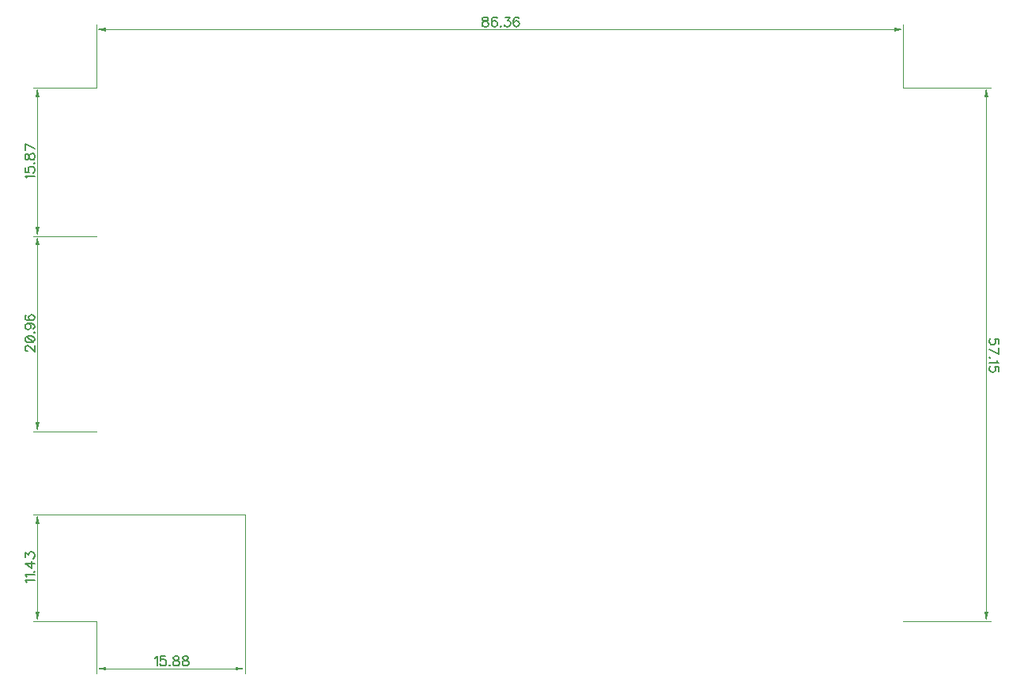
<source format=gbr>
G04 DipTrace 3.3.1.3*
G04 TopDimension.gbr*
%MOIN*%
G04 #@! TF.FileFunction,Drawing,Top*
G04 #@! TF.Part,Single*
%ADD13C,0.001378*%
%ADD68C,0.006176*%
%FSLAX26Y26*%
G04*
G70*
G90*
G75*
G01*
G04 TopDimension*
%LPD*%
X3793701Y2643701D2*
D13*
X4163386D1*
X3793701Y393701D2*
X4163386D1*
X4143701Y1518701D2*
Y2604331D1*
G36*
Y2643701D2*
X4151575Y2604331D1*
X4135827D1*
X4143701Y2643701D1*
G37*
Y1518701D2*
D13*
Y433071D1*
G36*
Y393701D2*
X4135827Y433071D1*
X4151575D1*
X4143701Y393701D1*
G37*
X3793701Y2643701D2*
D13*
Y2909101D1*
X393701Y2643701D2*
Y2909101D1*
X2093701Y2889416D2*
X3754331D1*
G36*
X3793701D2*
X3754331Y2881542D1*
Y2897290D1*
X3793701Y2889416D1*
G37*
X2093701D2*
D13*
X433071D1*
G36*
X393701D2*
X433071Y2897290D1*
Y2881542D1*
X393701Y2889416D1*
G37*
Y393701D2*
D13*
X124016D1*
X1018701Y843701D2*
X124016D1*
X143701Y618701D2*
Y433071D1*
G36*
Y393701D2*
X135827Y433071D1*
X151575D1*
X143701Y393701D1*
G37*
Y618701D2*
D13*
Y804331D1*
G36*
Y843701D2*
X151575Y804331D1*
X135827D1*
X143701Y843701D1*
G37*
X393701Y393701D2*
D13*
Y174016D1*
X1018701Y843701D2*
Y174016D1*
X706201Y193701D2*
X433071D1*
G36*
X393701D2*
X433071Y201575D1*
Y185827D1*
X393701Y193701D1*
G37*
X706201D2*
D13*
X979331D1*
G36*
X1018701D2*
X979331Y185827D1*
Y201575D1*
X1018701Y193701D1*
G37*
X393701Y2643701D2*
D13*
X124016D1*
X393701Y2018701D2*
X124016D1*
X143701Y2331201D2*
Y2604331D1*
G36*
Y2643701D2*
X151575Y2604331D1*
X135827D1*
X143701Y2643701D1*
G37*
Y2331201D2*
D13*
Y2058071D1*
G36*
Y2018701D2*
X135827Y2058071D1*
X151575D1*
X143701Y2018701D1*
G37*
X393701D2*
D13*
X124016D1*
X393701Y1193701D2*
X124016D1*
X143701Y1606201D2*
Y1979331D1*
G36*
Y2018701D2*
X151575Y1979331D1*
X135827D1*
X143701Y2018701D1*
G37*
Y1606201D2*
D13*
Y1233071D1*
G36*
Y1193701D2*
X135827Y1233071D1*
X151575D1*
X143701Y1193701D1*
G37*
X4196059Y1564281D2*
D68*
Y1583382D1*
X4178859Y1585283D1*
X4180761Y1583382D1*
X4182706Y1577634D1*
Y1571930D1*
X4180761Y1566182D1*
X4176958Y1562335D1*
X4171210Y1560434D1*
X4167408D1*
X4161660Y1562335D1*
X4157813Y1566182D1*
X4155912Y1571930D1*
Y1577634D1*
X4157813Y1583382D1*
X4159758Y1585283D1*
X4163561Y1587229D1*
X4155912Y1540433D2*
X4196059Y1521288D1*
Y1548082D1*
X4159758Y1507035D2*
X4157813Y1508936D1*
X4155912Y1507035D1*
X4157813Y1505090D1*
X4159758Y1507035D1*
X4188410Y1492738D2*
X4190356Y1488891D1*
X4196059Y1483143D1*
X4155912D1*
X4196059Y1447844D2*
Y1466945D1*
X4178859Y1468847D1*
X4180761Y1466945D1*
X4182706Y1461197D1*
Y1455493D1*
X4180761Y1449745D1*
X4176958Y1445899D1*
X4171210Y1443997D1*
X4167408D1*
X4161660Y1445899D1*
X4157813Y1449745D1*
X4155912Y1455493D1*
Y1461197D1*
X4157813Y1466945D1*
X4159758Y1468847D1*
X4163561Y1470792D1*
X2028091Y2941775D2*
X2022387Y2939873D1*
X2020442Y2936071D1*
Y2932224D1*
X2022387Y2928421D1*
X2026190Y2926476D1*
X2033839Y2924575D1*
X2039587Y2922673D1*
X2043390Y2918827D1*
X2045291Y2915024D1*
Y2909276D1*
X2043390Y2905474D1*
X2041489Y2903528D1*
X2035741Y2901627D1*
X2028091D1*
X2022387Y2903528D1*
X2020442Y2905474D1*
X2018541Y2909276D1*
Y2915024D1*
X2020442Y2918827D1*
X2024289Y2922673D1*
X2029993Y2924575D1*
X2037642Y2926476D1*
X2041489Y2928421D1*
X2043390Y2932224D1*
Y2936071D1*
X2041489Y2939873D1*
X2035741Y2941775D1*
X2028091D1*
X2080590Y2936071D2*
X2078689Y2939873D1*
X2072941Y2941775D1*
X2069139D1*
X2063391Y2939873D1*
X2059544Y2934125D1*
X2057643Y2924575D1*
Y2915024D1*
X2059544Y2907375D1*
X2063391Y2903528D1*
X2069139Y2901627D1*
X2071040D1*
X2076744Y2903528D1*
X2080590Y2907375D1*
X2082492Y2913123D1*
Y2915024D1*
X2080590Y2920772D1*
X2076744Y2924575D1*
X2071040Y2926476D1*
X2069139D1*
X2063391Y2924575D1*
X2059544Y2920772D1*
X2057643Y2915024D1*
X2096744Y2905474D2*
X2094843Y2903528D1*
X2096744Y2901627D1*
X2098690Y2903528D1*
X2096744Y2905474D1*
X2114888Y2941775D2*
X2135890D1*
X2124439Y2926476D1*
X2130187D1*
X2133989Y2924575D1*
X2135890Y2922673D1*
X2137836Y2916925D1*
Y2913123D1*
X2135890Y2907375D1*
X2132088Y2903528D1*
X2126340Y2901627D1*
X2120592D1*
X2114888Y2903528D1*
X2112987Y2905474D1*
X2111041Y2909276D1*
X2173135Y2936071D2*
X2171234Y2939873D1*
X2165486Y2941775D1*
X2161683D1*
X2155935Y2939873D1*
X2152089Y2934125D1*
X2150187Y2924575D1*
Y2915024D1*
X2152089Y2907375D1*
X2155935Y2903528D1*
X2161683Y2901627D1*
X2163585D1*
X2169289Y2903528D1*
X2173135Y2907375D1*
X2175037Y2913123D1*
Y2915024D1*
X2173135Y2920772D1*
X2169289Y2924575D1*
X2163585Y2926476D1*
X2161683D1*
X2155935Y2924575D1*
X2152089Y2920772D1*
X2150187Y2915024D1*
X98992Y557822D2*
X97046Y561669D1*
X91342Y567417D1*
X131490D1*
X98992Y579769D2*
X97046Y583615D1*
X91342Y589363D1*
X131490D1*
X127643Y603616D2*
X129589Y601715D1*
X131490Y603616D1*
X129589Y605562D1*
X127643Y603616D1*
X131490Y637058D2*
X91342D1*
X118093Y617913D1*
Y646609D1*
X91342Y662807D2*
Y683809D1*
X106641Y672358D1*
Y678106D1*
X108542Y681908D1*
X110443Y683809D1*
X116191Y685755D1*
X119994D1*
X125742Y683809D1*
X129589Y680007D1*
X131490Y674259D1*
Y668511D1*
X129589Y662807D1*
X127643Y660906D1*
X123841Y658960D1*
X637717Y238410D2*
X641564Y240356D1*
X647312Y246059D1*
Y205912D1*
X682611Y246059D2*
X663510D1*
X661609Y228859D1*
X663510Y230761D1*
X669258Y232706D1*
X674962D1*
X680710Y230761D1*
X684557Y226958D1*
X686458Y221210D1*
Y217408D1*
X684557Y211660D1*
X680710Y207813D1*
X674962Y205912D1*
X669258D1*
X663510Y207813D1*
X661609Y209758D1*
X659663Y213561D1*
X700711Y209758D2*
X698810Y207813D1*
X700711Y205912D1*
X702656Y207813D1*
X700711Y209758D1*
X724558Y246059D2*
X718854Y244158D1*
X716909Y240356D1*
Y236509D1*
X718854Y232706D1*
X722657Y230761D1*
X730306Y228859D1*
X736054Y226958D1*
X739857Y223111D1*
X741758Y219309D1*
Y213561D1*
X739857Y209758D1*
X737956Y207813D1*
X732208Y205912D1*
X724558D1*
X718854Y207813D1*
X716909Y209758D1*
X715008Y213561D1*
Y219309D1*
X716909Y223111D1*
X720756Y226958D1*
X726460Y228859D1*
X734109Y230761D1*
X737956Y232706D1*
X739857Y236509D1*
Y240356D1*
X737956Y244158D1*
X732208Y246059D1*
X724558D1*
X763660D2*
X757956Y244158D1*
X756011Y240356D1*
Y236509D1*
X757956Y232706D1*
X761759Y230761D1*
X769408Y228859D1*
X775156Y226958D1*
X778959Y223111D1*
X780860Y219309D1*
Y213561D1*
X778959Y209758D1*
X777057Y207813D1*
X771309Y205912D1*
X763660D1*
X757956Y207813D1*
X756011Y209758D1*
X754110Y213561D1*
Y219309D1*
X756011Y223111D1*
X759858Y226958D1*
X765561Y228859D1*
X773211Y230761D1*
X777057Y232706D1*
X778959Y236509D1*
Y240356D1*
X777057Y244158D1*
X771309Y246059D1*
X763660D1*
X98992Y2262695D2*
X97046Y2266542D1*
X91342Y2272290D1*
X131490D1*
X91342Y2307589D2*
Y2288488D1*
X108542Y2286587D1*
X106641Y2288488D1*
X104695Y2294236D1*
Y2299940D1*
X106641Y2305688D1*
X110443Y2309535D1*
X116191Y2311436D1*
X119994D1*
X125742Y2309535D1*
X129589Y2305688D1*
X131490Y2299940D1*
Y2294236D1*
X129589Y2288488D1*
X127643Y2286587D1*
X123841Y2284641D1*
X127643Y2325689D2*
X129589Y2323787D1*
X131490Y2325689D1*
X129589Y2327634D1*
X127643Y2325689D1*
X91342Y2349536D2*
X93244Y2343832D1*
X97046Y2341887D1*
X100893D1*
X104695Y2343832D1*
X106641Y2347635D1*
X108542Y2355284D1*
X110443Y2361032D1*
X114290Y2364835D1*
X118093Y2366736D1*
X123841D1*
X127643Y2364835D1*
X129589Y2362933D1*
X131490Y2357185D1*
Y2349536D1*
X129589Y2343832D1*
X127643Y2341887D1*
X123841Y2339986D1*
X118093D1*
X114290Y2341887D1*
X110443Y2345734D1*
X108542Y2351437D1*
X106641Y2359087D1*
X104695Y2362933D1*
X100893Y2364835D1*
X97046D1*
X93244Y2362933D1*
X91342Y2357185D1*
Y2349536D1*
X131490Y2386737D2*
X91342Y2405882D1*
Y2379087D1*
X100893Y1532942D2*
X98992D1*
X95145Y1534843D1*
X93244Y1536745D1*
X91342Y1540591D1*
Y1548241D1*
X93244Y1552043D1*
X95145Y1553944D1*
X98992Y1555890D1*
X102794D1*
X106641Y1553944D1*
X112345Y1550142D1*
X131490Y1530997D1*
Y1557791D1*
X91342Y1581639D2*
X93244Y1575891D1*
X98992Y1572044D1*
X108542Y1570143D1*
X114290D1*
X123841Y1572044D1*
X129589Y1575891D1*
X131490Y1581639D1*
Y1585441D1*
X129589Y1591189D1*
X123841Y1594992D1*
X114290Y1596937D1*
X108542D1*
X98992Y1594992D1*
X93244Y1591189D1*
X91342Y1585441D1*
Y1581639D1*
X98992Y1594992D2*
X123841Y1572044D1*
X127643Y1611190D2*
X129589Y1609289D1*
X131490Y1611190D1*
X129589Y1613135D1*
X127643Y1611190D1*
X104695Y1650380D2*
X110443Y1648435D1*
X114290Y1644632D1*
X116191Y1638884D1*
Y1636983D1*
X114290Y1631235D1*
X110443Y1627432D1*
X104695Y1625487D1*
X102794D1*
X97046Y1627432D1*
X93244Y1631235D1*
X91342Y1636983D1*
Y1638884D1*
X93244Y1644632D1*
X97046Y1648435D1*
X104695Y1650380D1*
X114290D1*
X123841Y1648435D1*
X129589Y1644632D1*
X131490Y1638884D1*
Y1635082D1*
X129589Y1629334D1*
X125742Y1627432D1*
X97046Y1685679D2*
X93244Y1683778D1*
X91342Y1678030D1*
Y1674228D1*
X93244Y1668480D1*
X98992Y1664633D1*
X108542Y1662732D1*
X118093D1*
X125742Y1664633D1*
X129589Y1668480D1*
X131490Y1674228D1*
Y1676129D1*
X129589Y1681833D1*
X125742Y1685679D1*
X119994Y1687581D1*
X118093D1*
X112345Y1685679D1*
X108542Y1681833D1*
X106641Y1676129D1*
Y1674228D1*
X108542Y1668480D1*
X112345Y1664633D1*
X118093Y1662732D1*
M02*

</source>
